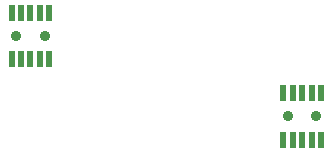
<source format=gbs>
G04*
G04 #@! TF.GenerationSoftware,Altium Limited,Altium Designer,19.1.5 (86)*
G04*
G04 Layer_Color=16711935*
%FSLAX25Y25*%
%MOIN*%
G70*
G01*
G75*
%ADD13C,0.03556*%
%ADD20R,0.02400X0.05800*%
D13*
X64567Y47244D02*
D03*
X74016D02*
D03*
X164567Y20472D02*
D03*
X155118D02*
D03*
D20*
X62991Y39444D02*
D03*
Y55044D02*
D03*
X66141Y39444D02*
D03*
Y55044D02*
D03*
X69291Y39444D02*
D03*
Y55044D02*
D03*
X72441Y39444D02*
D03*
Y55044D02*
D03*
X75591Y39444D02*
D03*
Y55044D02*
D03*
X166142Y28272D02*
D03*
Y12672D02*
D03*
X162993Y28272D02*
D03*
Y12672D02*
D03*
X159843Y28272D02*
D03*
Y12672D02*
D03*
X156693Y28272D02*
D03*
Y12672D02*
D03*
X153542Y28272D02*
D03*
Y12672D02*
D03*
M02*

</source>
